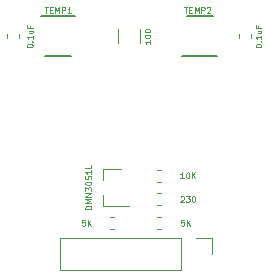
<source format=gbr>
G04 #@! TF.GenerationSoftware,KiCad,Pcbnew,(5.1.0-0)*
G04 #@! TF.CreationDate,2020-01-05T16:35:47-08:00*
G04 #@! TF.ProjectId,sapflow_gauge,73617066-6c6f-4775-9f67-617567652e6b,rev?*
G04 #@! TF.SameCoordinates,Original*
G04 #@! TF.FileFunction,Legend,Top*
G04 #@! TF.FilePolarity,Positive*
%FSLAX46Y46*%
G04 Gerber Fmt 4.6, Leading zero omitted, Abs format (unit mm)*
G04 Created by KiCad (PCBNEW (5.1.0-0)) date 2020-01-05 16:35:47*
%MOMM*%
%LPD*%
G04 APERTURE LIST*
%ADD10C,0.120000*%
%ADD11C,0.150000*%
%ADD12C,0.125000*%
G04 APERTURE END LIST*
D10*
X110710000Y-107823733D02*
X110710000Y-108166267D01*
X109690000Y-107823733D02*
X109690000Y-108166267D01*
X129290000Y-107823733D02*
X129290000Y-108166267D01*
X130310000Y-107823733D02*
X130310000Y-108166267D01*
X114190000Y-125095001D02*
X114190000Y-127755001D01*
X124410000Y-125095001D02*
X114190000Y-125095001D01*
X124410000Y-127755001D02*
X114190000Y-127755001D01*
X124410000Y-125095001D02*
X124410000Y-127755001D01*
X125680000Y-125095001D02*
X127010000Y-125095001D01*
X127010000Y-125095001D02*
X127010000Y-126425001D01*
X117840000Y-119240000D02*
X117840000Y-120170000D01*
X117840000Y-122400000D02*
X117840000Y-121470000D01*
X117840000Y-122400000D02*
X120000000Y-122400000D01*
X117840000Y-119240000D02*
X119300000Y-119240000D01*
X122696267Y-124310000D02*
X122353733Y-124310000D01*
X122696267Y-123290000D02*
X122353733Y-123290000D01*
X118721267Y-123290000D02*
X118378733Y-123290000D01*
X118721267Y-124310000D02*
X118378733Y-124310000D01*
X122696267Y-122310000D02*
X122353733Y-122310000D01*
X122696267Y-121290000D02*
X122353733Y-121290000D01*
X122353733Y-120310000D02*
X122696267Y-120310000D01*
X122353733Y-119290000D02*
X122696267Y-119290000D01*
D11*
X124525000Y-109690000D02*
X127475000Y-109690000D01*
X124900000Y-106290000D02*
X127100000Y-106290000D01*
X115100000Y-109700000D02*
X112900000Y-109700000D01*
X115475000Y-106300000D02*
X112525000Y-106300000D01*
D10*
X119090000Y-108597064D02*
X119090000Y-107392936D01*
X120910000Y-108597064D02*
X120910000Y-107392936D01*
D12*
X111356190Y-108816428D02*
X111356190Y-108768809D01*
X111380000Y-108721190D01*
X111403809Y-108697380D01*
X111451428Y-108673571D01*
X111546666Y-108649761D01*
X111665714Y-108649761D01*
X111760952Y-108673571D01*
X111808571Y-108697380D01*
X111832380Y-108721190D01*
X111856190Y-108768809D01*
X111856190Y-108816428D01*
X111832380Y-108864047D01*
X111808571Y-108887857D01*
X111760952Y-108911666D01*
X111665714Y-108935476D01*
X111546666Y-108935476D01*
X111451428Y-108911666D01*
X111403809Y-108887857D01*
X111380000Y-108864047D01*
X111356190Y-108816428D01*
X111808571Y-108435476D02*
X111832380Y-108411666D01*
X111856190Y-108435476D01*
X111832380Y-108459285D01*
X111808571Y-108435476D01*
X111856190Y-108435476D01*
X111856190Y-107935476D02*
X111856190Y-108221190D01*
X111856190Y-108078333D02*
X111356190Y-108078333D01*
X111427619Y-108125952D01*
X111475238Y-108173571D01*
X111499047Y-108221190D01*
X111522857Y-107506904D02*
X111856190Y-107506904D01*
X111522857Y-107721190D02*
X111784761Y-107721190D01*
X111832380Y-107697380D01*
X111856190Y-107649761D01*
X111856190Y-107578333D01*
X111832380Y-107530714D01*
X111808571Y-107506904D01*
X111594285Y-107102142D02*
X111594285Y-107268809D01*
X111856190Y-107268809D02*
X111356190Y-107268809D01*
X111356190Y-107030714D01*
X130726190Y-108816428D02*
X130726190Y-108768809D01*
X130750000Y-108721190D01*
X130773809Y-108697380D01*
X130821428Y-108673571D01*
X130916666Y-108649761D01*
X131035714Y-108649761D01*
X131130952Y-108673571D01*
X131178571Y-108697380D01*
X131202380Y-108721190D01*
X131226190Y-108768809D01*
X131226190Y-108816428D01*
X131202380Y-108864047D01*
X131178571Y-108887857D01*
X131130952Y-108911666D01*
X131035714Y-108935476D01*
X130916666Y-108935476D01*
X130821428Y-108911666D01*
X130773809Y-108887857D01*
X130750000Y-108864047D01*
X130726190Y-108816428D01*
X131178571Y-108435476D02*
X131202380Y-108411666D01*
X131226190Y-108435476D01*
X131202380Y-108459285D01*
X131178571Y-108435476D01*
X131226190Y-108435476D01*
X131226190Y-107935476D02*
X131226190Y-108221190D01*
X131226190Y-108078333D02*
X130726190Y-108078333D01*
X130797619Y-108125952D01*
X130845238Y-108173571D01*
X130869047Y-108221190D01*
X130892857Y-107506904D02*
X131226190Y-107506904D01*
X130892857Y-107721190D02*
X131154761Y-107721190D01*
X131202380Y-107697380D01*
X131226190Y-107649761D01*
X131226190Y-107578333D01*
X131202380Y-107530714D01*
X131178571Y-107506904D01*
X130964285Y-107102142D02*
X130964285Y-107268809D01*
X131226190Y-107268809D02*
X130726190Y-107268809D01*
X130726190Y-107030714D01*
D11*
D12*
X116826190Y-122633333D02*
X116326190Y-122633333D01*
X116326190Y-122514285D01*
X116350000Y-122442857D01*
X116397619Y-122395238D01*
X116445238Y-122371428D01*
X116540476Y-122347619D01*
X116611904Y-122347619D01*
X116707142Y-122371428D01*
X116754761Y-122395238D01*
X116802380Y-122442857D01*
X116826190Y-122514285D01*
X116826190Y-122633333D01*
X116826190Y-122133333D02*
X116326190Y-122133333D01*
X116683333Y-121966666D01*
X116326190Y-121800000D01*
X116826190Y-121800000D01*
X116826190Y-121561904D02*
X116326190Y-121561904D01*
X116826190Y-121276190D01*
X116326190Y-121276190D01*
X116326190Y-121085714D02*
X116326190Y-120776190D01*
X116516666Y-120942857D01*
X116516666Y-120871428D01*
X116540476Y-120823809D01*
X116564285Y-120800000D01*
X116611904Y-120776190D01*
X116730952Y-120776190D01*
X116778571Y-120800000D01*
X116802380Y-120823809D01*
X116826190Y-120871428D01*
X116826190Y-121014285D01*
X116802380Y-121061904D01*
X116778571Y-121085714D01*
X116326190Y-120466666D02*
X116326190Y-120419047D01*
X116350000Y-120371428D01*
X116373809Y-120347619D01*
X116421428Y-120323809D01*
X116516666Y-120300000D01*
X116635714Y-120300000D01*
X116730952Y-120323809D01*
X116778571Y-120347619D01*
X116802380Y-120371428D01*
X116826190Y-120419047D01*
X116826190Y-120466666D01*
X116802380Y-120514285D01*
X116778571Y-120538095D01*
X116730952Y-120561904D01*
X116635714Y-120585714D01*
X116516666Y-120585714D01*
X116421428Y-120561904D01*
X116373809Y-120538095D01*
X116350000Y-120514285D01*
X116326190Y-120466666D01*
X116326190Y-119847619D02*
X116326190Y-120085714D01*
X116564285Y-120109523D01*
X116540476Y-120085714D01*
X116516666Y-120038095D01*
X116516666Y-119919047D01*
X116540476Y-119871428D01*
X116564285Y-119847619D01*
X116611904Y-119823809D01*
X116730952Y-119823809D01*
X116778571Y-119847619D01*
X116802380Y-119871428D01*
X116826190Y-119919047D01*
X116826190Y-120038095D01*
X116802380Y-120085714D01*
X116778571Y-120109523D01*
X116826190Y-119347619D02*
X116826190Y-119633333D01*
X116826190Y-119490476D02*
X116326190Y-119490476D01*
X116397619Y-119538095D01*
X116445238Y-119585714D01*
X116469047Y-119633333D01*
X116826190Y-118895238D02*
X116826190Y-119133333D01*
X116326190Y-119133333D01*
X124669047Y-123526190D02*
X124430952Y-123526190D01*
X124407142Y-123764285D01*
X124430952Y-123740476D01*
X124478571Y-123716666D01*
X124597619Y-123716666D01*
X124645238Y-123740476D01*
X124669047Y-123764285D01*
X124692857Y-123811904D01*
X124692857Y-123930952D01*
X124669047Y-123978571D01*
X124645238Y-124002380D01*
X124597619Y-124026190D01*
X124478571Y-124026190D01*
X124430952Y-124002380D01*
X124407142Y-123978571D01*
X124907142Y-124026190D02*
X124907142Y-123526190D01*
X125192857Y-124026190D02*
X124978571Y-123740476D01*
X125192857Y-123526190D02*
X124907142Y-123811904D01*
X116269047Y-123526190D02*
X116030952Y-123526190D01*
X116007142Y-123764285D01*
X116030952Y-123740476D01*
X116078571Y-123716666D01*
X116197619Y-123716666D01*
X116245238Y-123740476D01*
X116269047Y-123764285D01*
X116292857Y-123811904D01*
X116292857Y-123930952D01*
X116269047Y-123978571D01*
X116245238Y-124002380D01*
X116197619Y-124026190D01*
X116078571Y-124026190D01*
X116030952Y-124002380D01*
X116007142Y-123978571D01*
X116507142Y-124026190D02*
X116507142Y-123526190D01*
X116792857Y-124026190D02*
X116578571Y-123740476D01*
X116792857Y-123526190D02*
X116507142Y-123811904D01*
X124380952Y-121573809D02*
X124404761Y-121550000D01*
X124452380Y-121526190D01*
X124571428Y-121526190D01*
X124619047Y-121550000D01*
X124642857Y-121573809D01*
X124666666Y-121621428D01*
X124666666Y-121669047D01*
X124642857Y-121740476D01*
X124357142Y-122026190D01*
X124666666Y-122026190D01*
X124833333Y-121526190D02*
X125142857Y-121526190D01*
X124976190Y-121716666D01*
X125047619Y-121716666D01*
X125095238Y-121740476D01*
X125119047Y-121764285D01*
X125142857Y-121811904D01*
X125142857Y-121930952D01*
X125119047Y-121978571D01*
X125095238Y-122002380D01*
X125047619Y-122026190D01*
X124904761Y-122026190D01*
X124857142Y-122002380D01*
X124833333Y-121978571D01*
X125452380Y-121526190D02*
X125500000Y-121526190D01*
X125547619Y-121550000D01*
X125571428Y-121573809D01*
X125595238Y-121621428D01*
X125619047Y-121716666D01*
X125619047Y-121835714D01*
X125595238Y-121930952D01*
X125571428Y-121978571D01*
X125547619Y-122002380D01*
X125500000Y-122026190D01*
X125452380Y-122026190D01*
X125404761Y-122002380D01*
X125380952Y-121978571D01*
X125357142Y-121930952D01*
X125333333Y-121835714D01*
X125333333Y-121716666D01*
X125357142Y-121621428D01*
X125380952Y-121573809D01*
X125404761Y-121550000D01*
X125452380Y-121526190D01*
X124654761Y-120026190D02*
X124369047Y-120026190D01*
X124511904Y-120026190D02*
X124511904Y-119526190D01*
X124464285Y-119597619D01*
X124416666Y-119645238D01*
X124369047Y-119669047D01*
X124964285Y-119526190D02*
X125011904Y-119526190D01*
X125059523Y-119550000D01*
X125083333Y-119573809D01*
X125107142Y-119621428D01*
X125130952Y-119716666D01*
X125130952Y-119835714D01*
X125107142Y-119930952D01*
X125083333Y-119978571D01*
X125059523Y-120002380D01*
X125011904Y-120026190D01*
X124964285Y-120026190D01*
X124916666Y-120002380D01*
X124892857Y-119978571D01*
X124869047Y-119930952D01*
X124845238Y-119835714D01*
X124845238Y-119716666D01*
X124869047Y-119621428D01*
X124892857Y-119573809D01*
X124916666Y-119550000D01*
X124964285Y-119526190D01*
X125345238Y-120026190D02*
X125345238Y-119526190D01*
X125630952Y-120026190D02*
X125416666Y-119740476D01*
X125630952Y-119526190D02*
X125345238Y-119811904D01*
X124657142Y-105526190D02*
X124942857Y-105526190D01*
X124800000Y-106026190D02*
X124800000Y-105526190D01*
X125109523Y-105764285D02*
X125276190Y-105764285D01*
X125347619Y-106026190D02*
X125109523Y-106026190D01*
X125109523Y-105526190D01*
X125347619Y-105526190D01*
X125561904Y-106026190D02*
X125561904Y-105526190D01*
X125728571Y-105883333D01*
X125895238Y-105526190D01*
X125895238Y-106026190D01*
X126133333Y-106026190D02*
X126133333Y-105526190D01*
X126323809Y-105526190D01*
X126371428Y-105550000D01*
X126395238Y-105573809D01*
X126419047Y-105621428D01*
X126419047Y-105692857D01*
X126395238Y-105740476D01*
X126371428Y-105764285D01*
X126323809Y-105788095D01*
X126133333Y-105788095D01*
X126609523Y-105573809D02*
X126633333Y-105550000D01*
X126680952Y-105526190D01*
X126800000Y-105526190D01*
X126847619Y-105550000D01*
X126871428Y-105573809D01*
X126895238Y-105621428D01*
X126895238Y-105669047D01*
X126871428Y-105740476D01*
X126585714Y-106026190D01*
X126895238Y-106026190D01*
X112857142Y-105526190D02*
X113142857Y-105526190D01*
X113000000Y-106026190D02*
X113000000Y-105526190D01*
X113309523Y-105764285D02*
X113476190Y-105764285D01*
X113547619Y-106026190D02*
X113309523Y-106026190D01*
X113309523Y-105526190D01*
X113547619Y-105526190D01*
X113761904Y-106026190D02*
X113761904Y-105526190D01*
X113928571Y-105883333D01*
X114095238Y-105526190D01*
X114095238Y-106026190D01*
X114333333Y-106026190D02*
X114333333Y-105526190D01*
X114523809Y-105526190D01*
X114571428Y-105550000D01*
X114595238Y-105573809D01*
X114619047Y-105621428D01*
X114619047Y-105692857D01*
X114595238Y-105740476D01*
X114571428Y-105764285D01*
X114523809Y-105788095D01*
X114333333Y-105788095D01*
X115095238Y-106026190D02*
X114809523Y-106026190D01*
X114952380Y-106026190D02*
X114952380Y-105526190D01*
X114904761Y-105597619D01*
X114857142Y-105645238D01*
X114809523Y-105669047D01*
X121826190Y-108328333D02*
X121826190Y-108614047D01*
X121826190Y-108471190D02*
X121326190Y-108471190D01*
X121397619Y-108518809D01*
X121445238Y-108566428D01*
X121469047Y-108614047D01*
X121326190Y-108018809D02*
X121326190Y-107971190D01*
X121350000Y-107923571D01*
X121373809Y-107899761D01*
X121421428Y-107875952D01*
X121516666Y-107852142D01*
X121635714Y-107852142D01*
X121730952Y-107875952D01*
X121778571Y-107899761D01*
X121802380Y-107923571D01*
X121826190Y-107971190D01*
X121826190Y-108018809D01*
X121802380Y-108066428D01*
X121778571Y-108090238D01*
X121730952Y-108114047D01*
X121635714Y-108137857D01*
X121516666Y-108137857D01*
X121421428Y-108114047D01*
X121373809Y-108090238D01*
X121350000Y-108066428D01*
X121326190Y-108018809D01*
X121326190Y-107542619D02*
X121326190Y-107495000D01*
X121350000Y-107447380D01*
X121373809Y-107423571D01*
X121421428Y-107399761D01*
X121516666Y-107375952D01*
X121635714Y-107375952D01*
X121730952Y-107399761D01*
X121778571Y-107423571D01*
X121802380Y-107447380D01*
X121826190Y-107495000D01*
X121826190Y-107542619D01*
X121802380Y-107590238D01*
X121778571Y-107614047D01*
X121730952Y-107637857D01*
X121635714Y-107661666D01*
X121516666Y-107661666D01*
X121421428Y-107637857D01*
X121373809Y-107614047D01*
X121350000Y-107590238D01*
X121326190Y-107542619D01*
M02*

</source>
